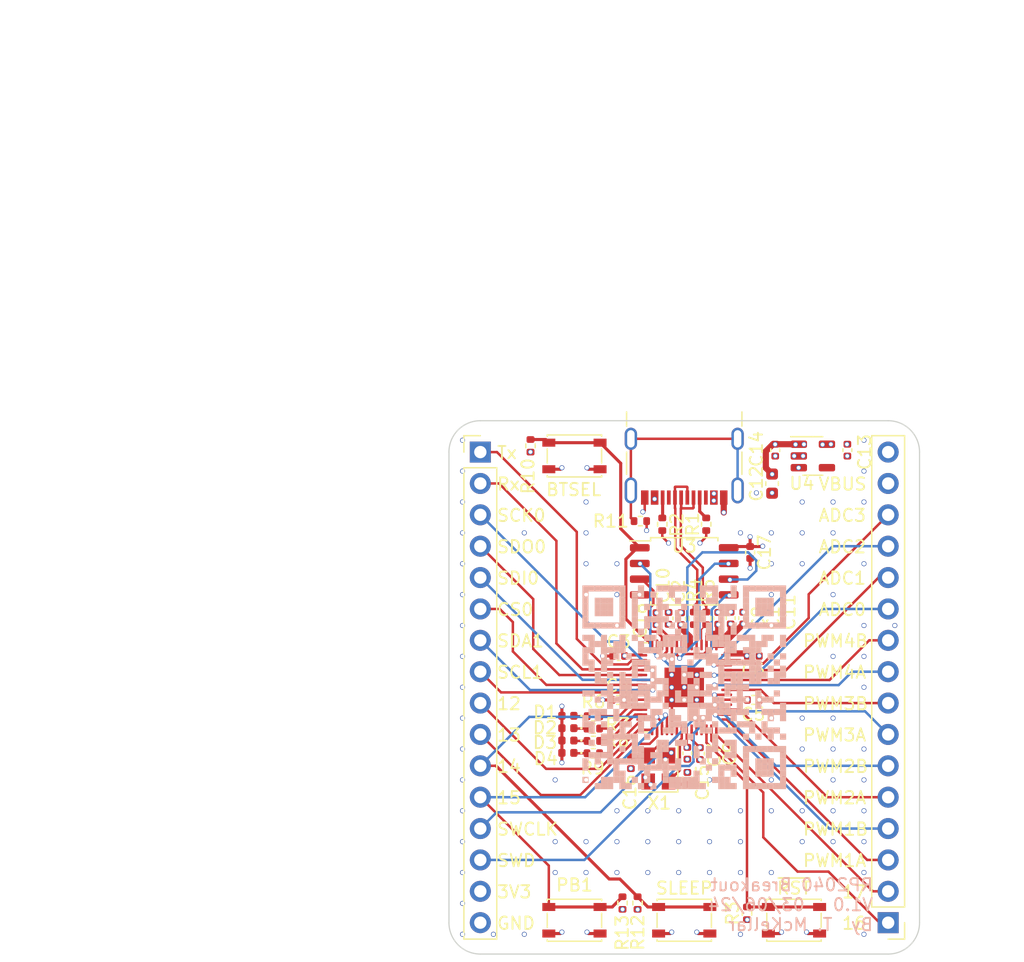
<source format=kicad_pcb>
(kicad_pcb (version 20221018) (generator pcbnew)
  (layers (0 "F.Cu" signal) (1 "In1.Cu" signal) (2 "In2.Cu" signal) (3 "In3.Cu" signal) (4 "In4.Cu" signal) (31 "B.Cu" signal) (34 "B.Paste" user) (35 "F.Paste" user) (36 "B.SilkS" user "B.Silkscreen") (37 "F.SilkS" user "F.Silkscreen") (38 "B.Mask" user) (39 "F.Mask" user) (44 "Edge.Cuts" user))
  (net 0 "")
  (net 1 "+3V3")
  (net 2 "GND")
  (net 3 "+5V")
  (net 4 "/XOUT")
  (net 5 "/XIN")
  (net 6 "Net-(D1-K)")
  (net 7 "Net-(D2-K)")
  (net 8 "Net-(D3-K)")
  (net 9 "Net-(D4-K)")
  (net 10 "Net-(J1-CC1)")
  (net 11 "/D_P")
  (net 12 "/D_N")
  (net 14 "Net-(J1-CC2)")
  (net 16 "Net-(J1-SHIELD)")
  (net 17 "/SWCLK")
  (net 18 "/SWD")
  (net 19 "/GPIO0")
  (net 20 "/GPIO1")
  (net 21 "/GPIO2")
  (net 22 "/GPIO3")
  (net 23 "/GPIO4")
  (net 24 "/GPIO5")
  (net 25 "/GPIO6")
  (net 26 "/GPIO7")
  (net 27 "/GPIO12")
  (net 28 "/GPIO13")
  (net 29 "/GPIO14")
  (net 30 "/GPIO15")
  (net 31 "/GPIO16")
  (net 32 "/GPIO17")
  (net 33 "/GPIO18")
  (net 34 "/GPIO19")
  (net 35 "/GPIO20")
  (net 36 "/GPIO21")
  (net 37 "/GPIO22")
  (net 38 "/GPIO23")
  (net 39 "/GPIO24")
  (net 40 "/GPIO25")
  (net 41 "/GPIO26_ADC0")
  (net 42 "/GPIO27_ADC1")
  (net 43 "/GPIO28_ADC2")
  (net 44 "/GPIO29_ADC3")
  (net 45 "/~{RST}")
  (net 46 "Net-(U1-USB_DP)")
  (net 47 "Net-(U1-USB_DM)")
  (net 48 "/GPIO8")
  (net 49 "/GPIO9")
  (net 50 "/GPIO10")
  (net 51 "/GPIO11")
  (net 52 "/~{CS}")
  (net 53 "Net-(U1-QSPI_SD3)")
  (net 54 "/SCK")
  (net 55 "Net-(U1-QSPI_SD0)")
  (net 56 "Net-(U1-QSPI_SD2)")
  (net 57 "Net-(U1-QSPI_SD1)")
  (net 59 "/DVDD")
  (footprint "Resistor_SMD:R_0402_1005Metric" (layer "F.Cu") (at 100.583999 83.344)
    (fp_text reference "R7")
    (fp_text value "2k2")
  )
  (footprint "Capacitor_SMD:C_0402_1005Metric" (layer "F.Cu") (at 115.316 60.803 90)
    (fp_text reference "C14")
    (fp_text value "1u")
  )
  (footprint "Resistor_SMD:R_0402_1005Metric" (layer "F.Cu") (at 100.584 85.344)
    (fp_text reference "R9")
    (fp_text value "2k2")
  )
  (footprint "Capacitor_SMD:C_0603_1608Metric" (layer "F.Cu") (at 115.062 63.513 -90)
    (fp_text reference "C12")
    (fp_text value "10u")
  )
  (footprint "Package_TO_SOT_SMD:SOT-23-5" (layer "F.Cu") (at 118.364 61.273)
    (fp_text reference "U4")
    (fp_text value "LP2980IM5X-3.3")
  )
  (footprint "Resistor_SMD:R_0402_1005Metric" (layer "F.Cu") (at 113.03 98.3 90)
    (fp_text reference "R3")
    (fp_text value "10k")
  )
  (footprint "Capacitor_SMD:C_0402_1005Metric" (layer "F.Cu") (at 102.588 81.026)
    (fp_text reference "C4")
    (fp_text value "100n")
  )
  (footprint "Connector_USB:USB_C_Receptacle_GCT_USB4105-xx-A_16P_TopMnt_Horizontal" (layer "F.Cu") (at 107.95 60.96 180)
    (fp_text reference "J1" hide)
    (fp_text value "USB_C_Receptacle_USB2.0")
  )
  (footprint "Diode_SMD:D_0402_1005Metric" (layer "F.Cu") (at 98.529 84.312001 180)
    (fp_text reference "D3")
    (fp_text value "BLED")
  )
  (footprint "Resistor_SMD:R_0402_1005Metric" (layer "F.Cu") (at 106.172 66.804 -90)
    (fp_text reference "R2")
    (fp_text value "5k1")
  )
  (footprint "Capacitor_SMD:C_0402_1005Metric" (layer "F.Cu") (at 106.68 74.422 -90)
    (fp_text reference "C10")
    (fp_text value "100n")
  )
  (footprint "Button_Switch_SMD:SW_SPST_PTS810" (layer "F.Cu") (at 99.06 98.865 180)
    (fp_text reference "PB1")
    (fp_text value "SW_Push")
  )
  (footprint "Resistor_SMD:R_0402_1005Metric" (layer "F.Cu") (at 100.599 82.344)
    (fp_text reference "R6")
    (fp_text value "2k2")
  )
  (footprint "Capacitor_SMD:C_0402_1005Metric" (layer "F.Cu") (at 108.204 85.344 90)
    (fp_text reference "C7")
    (fp_text value "100n")
  )
  (footprint "Button_Switch_SMD:SW_SPST_PTS810" (layer "F.Cu") (at 99.06 61.273 180)
    (fp_text reference "SW2" hide)
    (fp_text value "BTSEL")
  )
  (footprint "Oscillator:Oscillator_SMD_Abracon_ASE-4Pin_3.2x2.5mm" (layer "F.Cu") (at 105.855 86.58 90)
    (fp_text reference "X1")
    (fp_text value "ABM8G-12.000MHZ-B4Y-T")
  )
  (footprint "Resistor_SMD:R_0402_1005Metric" (layer "F.Cu") (at 102.95 97.470001 90)
    (fp_text reference "R13")
    (fp_text value "10k")
  )
  (footprint "Capacitor_SMD:C_0402_1005Metric" (layer "F.Cu") (at 102.644 77.47)
    (fp_text reference "C3")
    (fp_text value "100n")
  )
  (footprint "Package_DFN_QFN:QFN-56-1EP_7x7mm_P0.4mm_EP3.2x3.2mm" (layer "F.Cu") (at 107.95 80.01)
    (fp_text reference "U1" hide)
    (fp_text value "RP2040")
  )
  (footprint "Diode_SMD:D_0402_1005Metric" (layer "F.Cu") (at 98.529 82.312 180)
    (fp_text reference "D1")
    (fp_text value "RLED")
  )
  (footprint "Resistor_SMD:R_0402_1005Metric" (layer "F.Cu") (at 108.728 74.422 -90)
    (fp_text reference "R4")
    (fp_text value "27")
  )
  (footprint "Button_Switch_SMD:SW_SPST_PTS810" (layer "F.Cu") (at 116.835 98.865 180)
    (fp_text reference "SW1" hide)
    (fp_text value "~{RST}")
  )
  (footprint "Capacitor_SMD:C_0402_1005Metric" (layer "F.Cu") (at 113.284 69.088 -90)
    (fp_text reference "C17")
    (fp_text value "100n")
  )
  (footprint "Package_SO:SOIC-8_5.23x5.23mm_P1.27mm" (layer "F.Cu") (at 107.95 70.612)
    (fp_text reference "U3")
    (fp_text value "W25Q128JVS")
  )
  (footprint "Connector_PinHeader_2.54mm:PinHeader_1x16_P2.54mm_Vertical" (layer "F.Cu") (at 124.46 99.06 180)
    (fp_text reference "J5" hide)
    (fp_text value "Conn_01x16_Pin")
  )
  (footprint "Capacitor_SMD:C_0402_1005Metric" (layer "F.Cu") (at 109.22 85.372 90)
    (fp_text reference "C9")
    (fp_text value "100n")
  )
  (footprint "Resistor_SMD:R_0402_1005Metric" (layer "F.Cu") (at 109.728 66.802 -90)
    (fp_text reference "R1")
    (fp_text value "5k1")
  )
  (footprint "Capacitor_SMD:C_0402_1005Metric" (layer "F.Cu") (at 112.725 74.4 -90)
    (fp_text reference "C11")
    (fp_text value "100n")
  )
  (footprint "Capacitor_SMD:C_0402_1005Metric" (layer "F.Cu") (at 113.538 77.47 180)
    (fp_text reference "C6")
    (fp_text value "100n")
  )
  (footprint "Resistor_SMD:R_0402_1005Metric" (layer "F.Cu") (at 104.396 66.548)
    (fp_text reference "R11")
    (fp_text value "0")
  )
  (footprint "Capacitor_SMD:C_0402_1005Metric" (layer "F.Cu") (at 121.158 60.803 90)
    (fp_text reference "C13")
    (fp_text value "1u")
  )
  (footprint "Button_Switch_SMD:SW_SPST_PTS810" (layer "F.Cu") (at 107.95 98.865 180)
    (fp_text reference "SW3" hide)
    (fp_text value "SLEEP")
  )
  (footprint "Capacitor_SMD:C_0402_1005Metric" (layer "F.Cu") (at 110.7 74.422 -90)
    (fp_text reference "C8")
    (fp_text value "100n")
  )
  (footprint "Resistor_SMD:R_0402_1005Metric" (layer "F.Cu") (at 95.504 60.452 90)
    (fp_text reference "R10")
    (fp_text value "10k")
  )
  (footprint "Capacitor_SMD:C_0402_1005Metric" (layer "F.Cu") (at 111.709 74.4 90)
    (fp_text reference "C1")
    (fp_text value "1u")
  )
  (footprint "Capacitor_SMD:C_0402_1005Metric" (layer "F.Cu") (at 105.7 74.445 -90)
    (fp_text reference "C18")
    (fp_text value "100n")
  )
  (footprint "Capacitor_SMD:C_0402_1005Metric" (layer "F.Cu") (at 103.632 86.106 90)
    (fp_text reference "C16")
    (fp_text value "15p")
  )
  (footprint "Resistor_SMD:R_0402_1005Metric" (layer "F.Cu") (at 104.17 97.47 90)
    (fp_text reference "R12")
    (fp_text value "10k")
  )
  (footprint "Diode_SMD:D_0402_1005Metric" (layer "F.Cu") (at 98.529 85.312 180)
    (fp_text reference "D4")
    (fp_text value "OLED")
  )
  (footprint "Diode_SMD:D_0402_1005Metric" (layer "F.Cu") (at 98.529 83.312 180)
    (fp_text reference "D2")
    (fp_text value "GLED")
  )
  (footprint "Capacitor_SMD:C_0402_1005Metric" (layer "F.Cu") (at 113.538 81.026 180)
    (fp_text reference "C5")
    (fp_text value "100n")
  )
  (footprint "Connector_PinHeader_2.54mm:PinHeader_1x16_P2.54mm_Vertical" (layer "F.Cu") (at 91.44 60.96)
    (fp_text reference "J3" hide)
    (fp_text value "Conn_01x16_Pin")
  )
  (footprint "Resistor_SMD:R_0402_1005Metric" (layer "F.Cu") (at 100.583999 84.344001)
    (fp_text reference "R8")
    (fp_text value "2k2")
  )
  (footprint "Capacitor_SMD:C_0402_1005Metric" (layer "F.Cu") (at 107.696 74.45 -90)
    (fp_text reference "C2")
    (fp_text value "100n")
  )
  (footprint "Capacitor_SMD:C_0402_1005Metric" (layer "F.Cu") (at 108.204 87.376 -90)
    (fp_text reference "C15")
    (fp_text value "15p")
  )
  (footprint "Resistor_SMD:R_0402_1005Metric" (layer "F.Cu") (at 109.728 74.422 -90)
    (fp_text reference "R5")
    (fp_text value "27")
  )
  (footprint "images:QRCODE_httpsgithub.comTobiMcKellarRP2040Breakout" (layer "B.Cu") (at 107.95 80 180)
    (fp_text reference "QR*****" hide)
    (fp_text value "QRCODE_httpsgithub.comTobiMcKellarRP2040Breakout" hide)
  )
  (gr_arc (start 127 99.06) (mid 126.256051 100.856051) (end 124.46 101.6) (stroke (width 0.1)) (layer "Edge.Cuts"))
  (gr_line (start 88.9 99.06) (end 88.9 60.96) (stroke (width 0.1)) (layer "Edge.Cuts"))
  (gr_arc (start 124.46 58.42) (mid 126.256051 59.163949) (end 127 60.96) (stroke (width 0.1)) (layer "Edge.Cuts"))
  (gr_line (start 91.44 58.42) (end 124.46 58.42) (stroke (width 0.1)) (layer "Edge.Cuts"))
  (gr_line (start 124.46 101.6) (end 91.44 101.6) (stroke (width 0.1)) (layer "Edge.Cuts"))
  (gr_arc (start 91.44 101.6) (mid 89.643949 100.856051) (end 88.9 99.06) (stroke (width 0.1)) (layer "Edge.Cuts"))
  (gr_line (start 127 60.96) (end 127 99.06) (stroke (width 0.1)) (layer "Edge.Cuts"))
  (gr_arc (start 88.9 60.96) (mid 89.643949 59.163949) (end 91.44 58.42) (stroke (width 0.1)) (layer "Edge.Cuts"))
  (gr_text "RP2040 Breakout\nV1.0   03/06/24\nBy  T. McKellar" (at 123.32 99.8) (layer "B.SilkS") (effects (font (size 1 1)) (justify left bottom mirror)))
  (gr_text "15" (at 92.71 89.535) (layer "F.SilkS") (effects (font (size 1 1)) (justify left bottom)))
  (gr_text "SWCLK" (at 92.71 92.075) (layer "F.SilkS") (effects (font (size 1 1)) (justify left bottom)))
  (gr_text "PWM2A" (at 117.475 89.535) (layer "F.SilkS") (effects (font (size 1 1)) (justify left bottom)))
  (gr_text "PWM3A" (at 117.475 84.455) (layer "F.SilkS") (effects (font (size 1 1)) (justify left bottom)))
  (gr_text "16" (at 120.65 99.695) (layer "F.SilkS") (effects (font (size 1 1)) (justify left bottom)))
  (gr_text "PWM4A" (at 117.475 79.375) (layer "F.SilkS") (effects (font (size 1 1)) (justify left bottom)))
  (gr_text "SDO0" (at 92.71 69.215) (layer "F.SilkS") (effects (font (size 1 1)) (justify left bottom)))
  (gr_text "ADC2" (at 118.745 69.215) (layer "F.SilkS") (effects (font (size 1 1)) (justify left bottom)))
  (gr_text "SCK0" (at 92.71 66.675) (layer "F.SilkS") (effects (font (size 1 1)) (justify left bottom)))
  (gr_text "ADC3" (at 118.745 66.675) (layer "F.SilkS") (effects (font (size 1 1)) (justify left bottom)))
  (gr_text "SDI0" (at 92.71 71.755) (layer "F.SilkS") (effects (font (size 1 1)) (justify left bottom)))
  (gr_text "GND" (at 92.71 99.695) (layer "F.SilkS") (effects (font (size 1 1)) (justify left bottom)))
  (gr_text "3V3" (at 92.71 97.155) (layer "F.SilkS") (effects (font (size 1 1)) (justify left bottom)))
  (gr_text "14" (at 92.71 86.995) (layer "F.SilkS") (effects (font (size 1 1)) (justify left bottom)))
  (gr_text "PWM4B" (at 117.475 76.835) (layer "F.SilkS") (effects (font (size 1 1)) (justify left bottom)))
  (gr_text "PWM3B" (at 117.475 81.915) (layer "F.SilkS") (effects (font (size 1 1)) (justify left bottom)))
  (gr_text "ADC1" (at 118.745 71.755) (layer "F.SilkS") (effects (font (size 1 1)) (justify left bottom)))
  (gr_text "VBUS" (at 118.745 64.135) (layer "F.SilkS") (effects (font (size 1 1)) (justify left bottom)))
  (gr_text "SDA1" (at 92.71 76.835) (layer "F.SilkS") (effects (font (size 1 1)) (justify left bottom)))
  (gr_text "17" (at 120.65 97.155) (layer "F.SilkS") (effects (font (size 1 1)) (justify left bottom)))
  (gr_text "PWM1B" (at 117.475 92.075) (layer "F.SilkS") (effects (font (size 1 1)) (justify left bottom)))
  (gr_text "SWD" (at 92.71 94.615) (layer "F.SilkS") (effects (font (size 1 1)) (justify left bottom)))
  (gr_text "13" (at 92.71 84.455) (layer "F.SilkS") (effects (font (size 1 1)) (justify left bottom)))
  (gr_text "Tx" (at 92.71 61.595) (layer "F.SilkS") (effects (font (size 1 1)) (justify left bottom)))
  (gr_text "SCL1" (at 92.71 79.375) (layer "F.SilkS") (effects (font (size 1 1)) (justify left bottom)))
  (gr_text "CS0" (at 92.71 74.295) (layer "F.SilkS") (effects (font (size 1 1)) (justify left bottom)))
  (gr_text "12" (at 92.71 81.915) (layer "F.SilkS") (effects (font (size 1 1)) (justify left bottom)))
  (gr_text "PWM1A" (at 117.475 94.615) (layer "F.SilkS") (effects (font (size 1 1)) (justify left bottom)))
  (gr_text "ADC0" (at 118.745 74.295) (layer "F.SilkS") (effects (font (size 1 1)) (justify left bottom)))
  (gr_text "Rx" (at 92.71 64.135) (layer "F.SilkS") (effects (font (size 1 1)) (justify left bottom)))
  (gr_text "PWM2B" (at 117.475 86.995) (layer "F.SilkS") (effects (font (size 1 1)) (justify left bottom)))
  (segment (start 114.272 68.608) (end 114.3 68.58) (width 0.25) (layer "F.Cu") (net 1))
  (segment (start 103.125 77.45) (end 103.144 77.45) (width 0.25) (layer "F.Cu") (net 1))
  (segment (start 113.284 68.608) (end 114.272 68.608) (width 0.25) (layer "F.Cu") (net 1))
  (segment (start 112.725 74.88) (end 111.0325 76.5725) (width 0.5) (layer "F.Cu") (net 1))
  (segment (start 113.065 81.01) (end 113.075 81) (width 0.2) (layer "F.Cu") (net 1))
  (segment (start 112.835 77.26) (end 111.3875 77.26) (width 0.5) (layer "F.Cu") (net 1))
  (segment (start 103.125 77.469) (end 103.125 77.45) (width 0.25) (layer "F.Cu") (net 1))
  (segment (start 113.025 77.45) (end 112.835 77.26) (width 0.5) (layer "F.Cu") (net 1))
  (segment (start 103.084 81.01) (end 103.075 81.019) (width 0.2) (layer "F.Cu") (net 1))
  (segment (start 103.209 77.385) (end 104.5125 77.385) (width 0.25) (layer "F.Cu") (net 1))
  (segment (start 104.5125 81.01) (end 103.084 81.01) (width 0.2) (layer "F.Cu") (net 1))
  (segment (start 111.649 68.608) (end 111.55 68.707) (width 0.25) (layer "F.Cu") (net 1))
  (segment (start 113.284 68.608) (end 111.649 68.608) (width 0.25) (layer "F.Cu") (net 1))
  (segment (start 111.0325 76.5725) (end 110.55 76.5725) (width 0.5) (layer "F.Cu") (net 1))
  (segment (start 110.55 76.5725) (end 110.3 76.5725) (width 0.5) (layer "F.Cu") (net 1))
  (segment (start 103.144 77.45) (end 103.209 77.385) (width 0.25) (layer "F.Cu") (net 1))
  (segment (start 111.709 75.48095) (end 110.61745 76.5725) (width 0.5) (layer "F.Cu") (net 1))
  (segment (start 108.4 76.5725) (end 108.3 76.5725) (width 0.5) (layer "F.Cu") (net 1))
  (segment (start 107.696 75.208207) (end 108.4 75.912207) (width 0.5) (layer "F.Cu") (net 1))
  (segment (start 98.044 81.534) (end 98.044 86.106) (width 0.25) (layer "F.Cu") (net 1))
  (segment (start 111.3875 81.01) (end 113.065 81.01) (width 0.2) (layer "F.Cu") (net 1))
  (segment (start 103.069 81.025) (end 103.068 81.026) (width 0.2) (layer "F.Cu") (net 1))
  (segment (start 103.075 81.025) (end 103.069 81.025) (width 0.2) (layer "F.Cu") (net 1))
  (segment (start 111.709 74.88) (end 111.709 75.48095) (width 0.5) (layer "F.Cu") (net 1))
  (segment (start 110.61745 76.5725) (end 110.55 76.5725) (width 0.5) (layer "F.Cu") (net 1))
  (segment (start 113.284 68.608) (end 113.284 67.818) (width 0.25) (layer "F.Cu") (net 1))
  (segment (start 103.075 81.019) (end 103.075 81.025) (width 0.2) (layer "F.Cu") (net 1))
  (segment (start 107.696 74.93) (end 107.696 75.208207) (width 0.5) (layer "F.Cu") (net 1))
  (segment (start 103.124 77.47) (end 103.125 77.469) (width 0.25) (layer "F.Cu") (net 1))
  (segment (start 108.15 83.4475) (end 108.15 84.81) (width 0.2) (layer "F.Cu") (net 1))
  (segment (start 108.4 75.912207) (end 108.4 76.5725) (width 0.5) (layer "F.Cu") (net 1))
  (via (at 119.825 60.325) (size 0.4) (drill 0.3) (layers "F.Cu" "B.Cu") (net 1))
  (via (at 106.7 74.9) (size 0.4) (drill 0.3) (layers "F.Cu" "B.Cu") (net 1))
  (via (at 98.044 86.106) (size 0.4) (drill 0.3) (layers "F.Cu" "B.Cu") (net 1))
  (via (at 95.5 60.95) (size 0.4) (drill 0.3) (layers "F.Cu" "B.Cu") (net 1))
  (via (at 114.3 68.58) (size 0.4) (drill 0.3) (layers "F.Cu" "B.Cu") (net 1))
  (via (at 112.725 74.875) (size 0.4) (drill 0.3) (layers "F.Cu" "B.Cu") (net 1))
  (via (at 104.18 97.995001) (size 0.4) (drill 0.3) (layers "F.Cu" "B.Cu") (net 1))
  (via (at 108.15 84.875) (size 0.4) (drill 0.3) (layers "F.Cu" "B.Cu") (net 1))
  (via (at 121.125 60.325) (size 0.4) (drill 0.3) (layers "F.Cu" "B.Cu") (net 1))
  (via (at 113.025 77.45) (size 0.4) (drill 0.3) (layers "F.Cu" "B.Cu") (net 1))
  (via (at 107.675 74.925) (size 0.4) (drill 0.3) (layers "F.Cu" "B.Cu") (net 1))
  (via (at 103.125 77.45) (size 0.4) (drill 0.3) (layers "F.Cu" "B.Cu") (net 1))
  (via (at 113.284 67.818) (size 0.4) (drill 0.3) (layers "F.Cu" "B.Cu") (net 1))
  (via (at 102.96 97.98) (size 0.4) (drill 0.3) (layers "F.Cu" "B.Cu") (net 1))
  (via (at 98.044 81.534) (size 0.4) (drill 0.3) (layers "F.Cu" "B.Cu") (net 1))
  (via (at 113.05 98.825) (size 0.4) (drill 0.3) (layers "F.Cu" "B.Cu") (net 1))
  (via (at 111.7 74.875) (size 0.4) (drill 0.3) (layers "F.Cu" "B.Cu") (net 1))
  (via (at 113.075 81) (size 0.4) (drill 0.3) (layers "F.Cu" "B.Cu") (net 1))
  (via (at 119.15 60.35) (size 0.4) (drill 0.3) (layers "F.Cu" "B.Cu") (net 1))
  (via (at 103.075 81.025) (size 0.4) (drill 0.3) (layers "F.Cu" "B.Cu") (net 1))
  (segment (start 106.95 81.042) (end 106.934 81.026) (width 0.2) (layer "F.Cu") (net 2))
  (segment (start 115.706 99.94) (end 115.824 99.822) (width 0.25) (layer "F.Cu") (net 2))
  (segment (start 105.875 99.94) (end 106.816 99.94) (width 0.25) (layer "F.Cu") (net 2))
  (segment (start 109.084 99.94) (end 108.966 99.822) (width 0.25) (layer "F.Cu") (net 2))
  (segment (start 117.974 99.94) (end 117.856 99.822) (width 0.25) (layer "F.Cu") (net 2))
  (segment (start 104.906 66.548) (end 104.906 67.306) (width 0.2) (layer "F.Cu") (net 2))
  (segment (start 106.816 99.94) (end 106.934 99.822) (width 0.25) (layer "F.Cu") (net 2))
  (segment (start 104.75 64.64) (end 104.75 65.684) (width 0.2) (layer "F.Cu") (net 2))
  (segment (start 102.108 81.026) (end 101.346 81.026) (width 0.25) (layer "F.Cu") (net 2))
  (segment (start 110.025 99.94) (end 109.084 99.94) (width 0.25) (layer "F.Cu") (net 2))
  (segment (start 100.194 99.94) (end 100.076 99.822) (width 0.25) (layer "F.Cu") (net 2))
  (segment (start 101.135 62.348) (end 100.194 62.348) (width 0.25) (layer "F.Cu") (net 2))
  (segment (start 97.926 99.94) (end 98.044 99.822) (width 0.25) (layer "F.Cu") (net 2))
  (segment (start 109.728 67.818) (end 109.22 68.326) (width 0.2) (layer "F.Cu") (net 2))
  (segment (start 118.91 99.94) (end 117.974 99.94) (width 0.25) (layer "F.Cu") (net 2))
  (segment (start 102.164 77.47) (end 101.346 77.47) (width 0.25) (layer "F.Cu") (net 2))
  (segment (start 104.75 65.684) (end 104.634 65.8) (width 0.2) (layer "F.Cu") (net 2))
  (segment (start 106.172 67.818) (end 106.68 68.326) (width 0.2) (layer "F.Cu") (net 2))
  (segment (start 109.728 67.312) (end 109.728 67.818) (width 0.2) (layer "F.Cu") (net 2))
  (segment (start 111.15 64.64) (end 111.15 65.85) (width 0.5) (layer "F.Cu") (net 2))
  (segment (start 106.95 83.4475) (end 106.95 81.042) (width 0.2) (layer "F.Cu") (net 2))
  (segment (start 104.634 65.8) (end 104.6 65.8) (width 0.2) (layer "F.Cu") (net 2))
  (segment (start 96.985 62.348) (end 97.926 62.348) (width 0.25) (layer "F.Cu") (net 2))
  (segment (start 100.194 62.348) (end 100.076 62.23) (width 0.25) (layer "F.Cu") (net 2))
  (segment (start 106.172 67.314) (end 106.172 67.818) (width 0.2) (layer "F.Cu") (net 2))
  (segment (start 101.135 99.94) (end 100.194 99.94) (width 0.25) (layer "F.Cu") (net 2))
  (segment (start 104.906 67.306) (end 104.902 67.31) (width 0.2) (layer "F.Cu") (net 2))
  (segment (start 113.284 69.568) (end 113.284 70.358) (width 0.25) (layer "F.Cu") (net 2))
  (segment (start 104.6 65.8) (end 104.6 65.834) (width 0.2) (layer "F.Cu") (net 2))
  (segment (start 97.926 62.348) (end 98.044 62.23) (width 0.25) (layer "F.Cu") (net 2))
  (segment (start 114.76 99.94) (end 115.706 99.94) (width 0.25) (layer "F.Cu") (net 2))
  (segment (start 104.6 65.834) (end 104.648 65.786) (width 0.2) (layer "F.Cu") (net 2))
  (segment (start 96.985 99.94) (end 97.926 99.94) (width 0.25) (layer "F.Cu") (net 2))
  (via (at 90 75) (size 0.4) (drill 0.3) (layers "F.Cu" "B.Cu") (net 2))
  (via (at 114.025 81.006) (size 0.4) (drill 0.3) (layers "F.Cu" "B.Cu") (net 2))
  (via (at 117.5 85) (size 0.4) (drill 0.3) (layers "F.Cu" "B.Cu") (net 2))
  (via (at 112.5 92.5) (size 0.4) (drill 0.3) (layers "F.Cu" "B.Cu") (net 2))
  (via (at 122.5 77.5) (size 0.4) (drill 0.3) (layers "F.Cu" "B.Cu") (net 2))
  (via (at 111.725 73.9) (size 0.4) (drill 0.3) (layers "F.Cu" "B.Cu") (net 2))
  (via (at 122.5 92.5) (size 0.4) (drill 0.3) (layers "F.Cu" "B.Cu") (net 2))
  (via (at 106.425 85.85) (size 0.4) (drill 0.3) (layers "F.Cu" "B.Cu") (net 2))
  (via (at 105.7 73.975) (size 0.4) (drill 0.3) (layers "F.Cu" "B.Cu") (net 2))
  (via (at 122.5 62.5) (size 0.4) (drill 0.3) (layers "F.Cu" "B.Cu") (net 2))
  (via (at 105 95) (size 0.4) (drill 0.3) (layers "F.Cu" "B.Cu") (net 2))
  (via (at 115.062 64.262) (size 0.4) (drill 0.3) (layers "F.Cu" "B.Cu") (net 2))
  (via (at 122.5 95) (size 0.4) (drill 0.3) (layers "F.Cu" "B.Cu") (net 2))
  (via (at 122.5 65) (size 0.4) (drill 0.3) (layers "F.Cu" "B.Cu") (net 2))
  (via (at 108.2 86.875) (size 0.4) (drill 0.3) (layers "F.Cu" "B.Cu") (net 2))
  (via (at 110.675 73.925) (size 0.4) (drill 0.3) (layers "F.Cu" "B.Cu") (net 2))
  (via (at 110 87.5) (size 0.4) (drill 0.3) (layers "F.Cu" "B.Cu") (net 2))
  (via (at 90 77.5) (size 0.4) (drill 0.3) (layers "F.Cu" "B.Cu") (net 2))
  (via (at 101.346 81.026) (size 0.4) (drill 0.3) (layers "F.Cu" "B.Cu") (net 2))
  (via (at 108.966 80.01) (size 0.4) (drill 0.3) (layers "F.Cu" "B.Cu") (net 2))
  (via (at 97.5 87.5) (size 0.4) (drill 0.3) (layers "F.Cu" "B.Cu") (net 2))
  (via (at 112.5 95) (size 0.4) (drill 0.3) (layers "F.Cu" "B.Cu") (net 2))
  (via (at 100 95) (size 0.4) (drill 0.3) (layers "F.Cu" "B.Cu") (net 2))
  (via (at 120 90) (size 0.4) (drill 0.3) (layers "F.Cu" "B.Cu") (net 2))
  (via (at 117.5 70) (size 0.4) (drill 0.3) (layers "F.Cu" "B.Cu") (net 2))
  (via (at 120 77.5) (size 0.4) (drill 0.3) (layers "F.Cu" "B.Cu") (net 2))
  (via (at 107.95 81.026) (size 0.4) (drill 0.3) (layers "F.Cu" "B.Cu") (net 2))
  (via (at 114.025 77.45) (size 0.4) (drill 0.3) (layers "F.Cu" "B.Cu") (net 2))
  (via (at 109.22 68.326) (size 0.4) (drill 0.3) (layers "F.Cu" "B.Cu") (net 2))
  (via (at 90 62.5) (size 0.4) (drill 0.3) (layers "F.Cu" "B.Cu") (net 2))
  (via (at 100 65) (size 0.4) (drill 0.3) (layers "F.Cu" "B.Cu") (net 2))
  (via (at 107.5 90) (size 0.4) (drill 0.3) (layers "F.Cu" "B.Cu") (net 2))
  (via (at 106.68 68.326) (size 0.4) (drill 0.3) (layers "F.Cu" "B.Cu") (net 2))
  (via (at 107.5 95) (size 0.4) (drill 0.3) (layers "F.Cu" "B.Cu") (net 2))
  (via (at 108.966 78.994) (size 0.4) (drill 0.3) (layers "F.Cu" "B.Cu") (net 2))
  (via (at 120 67.5) (size 0.4) (drill 0.3) (layers "F.Cu" "B.Cu") (net 2))
  (via (at 115 67.5) (size 0.4) (drill 0.3) (layers "F.Cu" "B.Cu") (net 2))
  (via (at 100 70) (size 0.4) (drill 0.3) (layers "F.Cu" "B.Cu") (net 2))
  (via (at 90 97.5) (size 0.4) (drill 0.3) (layers "F.Cu" "B.Cu") (net 2))
  (via (at 90 92.5) (size 0.4) (drill 0.3) (layers "F.Cu" "B.Cu") (net 2))
  (via (at 90 70) (size 0.4) (drill 0.3) (layers "F.Cu" "B.Cu") (net 2))
  (via (at 122.5 60) (size 0.4) (drill 0.3) (layers "F.Cu" "B.Cu") (net 2))
  (via (at 104.6 65.8) (size 0.4) (drill 0.3) (layers "F.Cu" "B.Cu") (net 2))
  (via (at 115 72.5) (size 0.4) (drill 0.3) (layers "F.Cu" "B.Cu") (net 2))
  (via (at 117.575 61.275) (size 0.4) (drill 0.3) (layers "F.Cu" "B.Cu") (net 2))
  (via (at 100.076 99.822) (size 0.4) (drill 0.3) (layers "F.Cu" "B.Cu") (net 2))
  (via (at 115 95) (size 0.4) (drill 0.3) (layers "F.Cu" "B.Cu") (net 2))
  (via (at 104.8 87.3) (size 0.4) (drill 0.3) (layers "F.Cu" "B.Cu") (net 2))
  (via (at 117.5 67.5) (size 0.4) (drill 0.3) (layers "F.Cu" "B.Cu") (net 2))
  (via (at 105 92.5) (size 0.4) (drill 0.3) (layers "F.Cu" "B.Cu") (net 2))
  (via (at 115 75) (size 0.4) (drill 0.3) (layers "F.Cu" "B.Cu") (net 2))
  (via (at 122.5 80) (size 0.4) (drill 0.3) (layers "F.Cu" "B.Cu") (net 2))
  (via (at 117.856 99.822) (size 0.4) (drill 0.3) (layers "F.Cu" "B.Cu") (net 2))
  (via (at 116.85 61.275) (size 0.4) (drill 0.3) (layers "F.Cu" "B.Cu") (net 2))
  (via (at 90 60) (size 0.4) (drill 0.3) (layers "F.Cu" "B.Cu") (net 2))
  (via (at 102.5 92.5) (size 0.4) (drill 0.3) (layers "F.Cu" "B.Cu") (net 2))
  (via (at 107.7 73.95) (size 0.4) (drill 0.3) (layers "F.Cu" "B.Cu") (net 2))
  (via (at 110 92.5) (size 0.4) (drill 0.3) (layers "F.Cu" "B.Cu") (net 2))
  (via (at 100 87.5) (size 0.4) (drill 0.3) (layers "F.Cu" "B.Cu") (net 2))
  (via (at 106.9 85.3) (size 0.4) (drill 0.3) (layers "F.Cu" "B.Cu") (net 2))
  (via (at 120 87.5) (size 0.4) (drill 0.3) (layers "F.Cu" "B.Cu") (net 2))
  (via (at 110 90) (size 0.4) (drill 0.3) (layers "F.Cu" "B.Cu") (net 2))
  (via (at 102.5 90) (size 0.4) (drill 0.3) (layers "F.Cu" "B.Cu") (net 2))
  (via (at 112.725 73.925) (size 0.4) (drill 0.3) (layers "F.Cu" "B.Cu") (net 2))
  (via (at 120 92.5) (size 0.4) (drill 0.3) (layers "F.Cu" "B.Cu") (net 2))
  (via (at 103.625 86.575) (size 0.4) (drill 0.3) (layers "F.Cu" "B.Cu") (net 2))
  (via (at 90 82.5) (size 0.4) (drill 0.3) (layers "F.Cu" "B.Cu") (net 2))
  (via (at 106.675 73.925) (size 0.4) (drill 0.3) (layers "F.Cu" "B.Cu") (net 2))
  (via (at 102.5 72.5) (size 0.4) (drill 0.3) (layers "F.Cu" "B.Cu") (net 2))
  (via (at 90 100) (size 0.4) (drill 0.3) (layers "F.Cu" "B.Cu") (net 2))
  (via (at 112.5 67.5) (size 0.4) (drill 0.3) (layers "F.Cu" "B.Cu") (net 2))
  (via (at 112.5 100) (size 0.4) (drill 0.3) (layers "F.Cu" "B.Cu") (net 2))
  (via (at 122.5 75) (size 0.4) (drill 0.3) (layers "F.Cu" "B.Cu") (net 2))
  (via (at 122.5 87.5) (size 0.4) (drill 0.3) (layers "F.Cu" "B.Cu") (net 2))
  (via (at 115.325 61.275) (size 0.4) (drill 0.3) (layers "F.Cu" "B.Cu") (net 2))
  (via (at 107.95 80) (size 0.4) (drill 0.3) (layers "F.Cu" "B.Cu") (net 2))
  (via (at 112.5 90) (size 0.4) (drill 0.3) (layers "F.Cu" "B.Cu") (net 2))
  (via (at 90 67.5) (size 0.4) (drill 0.3) (layers "F.Cu" "B.Cu") (net 2))
  (via (at 90 65) (size 0.4) (drill 0.3) (layers "F.Cu" "B.Cu") (net 2))
  (via (at 105.225 87.875) (size 0.4) (drill 0.3) (layers "F.Cu" "B.Cu") (net 2))
  (via (at 100 92.5) (size 0.4) (drill 0.3) (layers "F.Cu" "B.Cu") (net 2))
  (via (at 122.5 70) (size 0.4) (drill 0.3) (layers "F.Cu" "B.Cu") (net 2))
  (via (at 102.5 70) (size 0.4) (drill 0.3) (layers "F.Cu" "B.Cu") (net 2))
  (via (at 115 87.5) (size 0.4) (drill 0.3) (layers "F.Cu" "B.Cu") (net 2))
  (via (at 97.5 92.5) (size 0.4) (drill 0.3) (layers "F.Cu" "B.Cu") (net 2))
  (via (at 115 82.5) (size 0.4) (drill 0.3) (layers "F.Cu" "B.Cu") (net 2))
  (via (at 113.792 64.262) (size 0.4) (drill 0.3) (layers "F.Cu" "B.Cu") (net 2))
  (via (at 100 67.5) (size 0.4) (drill 0.3) (layers "F.Cu" "B.Cu") (net 2))
  (via (at 108.2 85.825) (size 0.4) (drill 0.3) (layers "F.Cu" "B.Cu") (net 2))
  (via (at 106.934 99.822) (size 0.4) (drill 0.3) (layers "F.Cu" "B.Cu") (net 2))
  (via (at 98.044 62.23) (size 0.4) (drill 0.3) (layers "F.Cu" "B.Cu") (net 2))
  (via (at 90 72.5) (size 0.4) (drill 0.3) (layers "F.Cu" "B.Cu") (net 2))
  (via (at 117.5 90) (size 0.4) (drill 0.3) (layers "F.Cu" "B.Cu") (net 2))
  (via (at 111.15 65.85) (size 0.4) (drill 0.3) (layers "F.Cu" "B.Cu") (net 2))
  (via (at 107.95 78.994) (size 0.4) (drill 0.3) (layers "F.Cu" "B.Cu") (net 2))
  (via (at 104.325 72.5) (size 0.4) (drill 0.3) (layers "F.Cu" "B.Cu") (net 2))
  (via (at 90 90) (size 0.4) (drill 0.3) (layers "F.Cu" "B.Cu") (net 2))
  (via (at 106.934 81.026) (size 0.4) (drill 0.3) (layers "F.Cu" "B.Cu") (net 2))
  (via (at 120 85) (size 0.4) (drill 0.3) (layers "F.Cu" "B.Cu") (net 2))
  (via (at 125 75) (size 0.4) (drill 0.3) (layers "F.Cu" "B.Cu") (net 2))
  (via (at 90 95) (size 0.4) (drill 0.3) (layers "F.Cu" "B.Cu") (net 2))
  (via (at 105 90) (size 0.4) (drill 0.3) (layers "F.Cu" "B.Cu") (net 2))
  (via (at 109.225 85.85) (size 0.4) (drill 0.3) (layers "F.Cu" "B.Cu") (net 2))
  (via (at 122.5 90) (size 0.4) (drill 0.3) (layers "F.Cu" "B.Cu") (net 2))
  (via (at 117.5 82.5) (size 0.4) (drill 0.3) (layers "F.Cu" "B.Cu") (net 2))
  (via (at 107.5 92.5) (size 0.4) (drill 0.3) (layers "F.Cu" "B.Cu") (net 2))
  (via (at 100.076 62.23) (size 0.4) (drill 0.3) (layers "F.Cu" "B.Cu") (net 2))
  (via (at 98.044 99.822) (size 0.4) (drill 0.3) (layers "F.Cu" "B.Cu") (net 2))
  (via (at 106.934 80.01) (size 0.4) (drill 0.3) (layers "F.Cu" "B.Cu") (net 2))
  (via (at 104.902 67.31) (size 0.4) (drill 0.3) (layers "F.Cu" "B.Cu") (net 2))
  (via (at 120 82.5) (size 0.4) (drill 0.3) (layers "F.Cu" "B.Cu") (net 2))
  (via (at 92.5 100) (size 0.4) (drill 0.3) (layers "F.Cu" "B.Cu") (net 2))
  (via (at 90 80) (size 0.4) (drill 0.3) (layers "F.Cu" "B.Cu") (net 2))
  (via (at 115.824 99.822) (size 0.4) (drill 0.3) (layers "F.Cu" "B.Cu") (net 2))
  (via (at 90 87.5) (size 0.4) (drill 0.3) (layers "F.Cu" "B.Cu") (net 2))
  (via (at 101.346 77.47) (size 0.4) (drill 0.3) (layers "F.Cu" "B.Cu") (net 2))
  (via (at 97.5 95) (size 0.4) (drill 0.3) (layers "F.Cu" "B.Cu") (net 2))
  (via (at 100 72.5) (size 0.4) (drill 0.3) (layers "F.Cu" "B.Cu") (net 2))
  (via (at 120 65) (size 0.4) (drill 0.3) (layers "F.Cu" "B.Cu") (net 2))
  (via (at 117.5 65) (size 0.4) (drill 0.3) (layers "F.Cu" "B.Cu") (net 2))
  (via (at 115 70) (size 0.4) (drill 0.3) (layers "F.Cu" "B.Cu") (net 2))
  (via (at 95 100) (size 0.4) (drill 0.3) (layers "F.Cu" "B.Cu") (net 2))
  (via (at 102.5 75) (size 0.4) (drill 0.3) (layers "F.Cu" "B.Cu") (net 2))
  (via (at 117.5 92.5) (size 0.4) (drill 0.3) (layers "F.Cu" "B.Cu") (net 2))
  (via (at 122.5 85) (size 0.4) (drill 0.3) (layers "F.Cu" "B.Cu") (net 2))
  (via (at 90 85) (size 0.4) (drill 0.3) (layers "F.Cu" "B.Cu") (net 2))
  (via (at 115 90) (size 0.4) (drill 0.3) (layers "F.Cu" "B.Cu") (net 2))
  (via (at 121.15 61.275) (size 0.4) (drill 0.3) (layers "F.Cu" "B.Cu") (net 2))
  (via (at 122.5 100) (size 0.4) (drill 0.3) (layers "F.Cu" "B.Cu") (net 2))
  (via (at 113.284 70.358) (size 0.4) (drill 0.3) (layers "F.Cu" "B.Cu") (net 2))
  (via (at 108.966 81.026) (size 0.4) (drill 0.3) (layers "F.Cu" "B.Cu") (net 2))
  (via (at 120 72.5) (size 0.4) (drill 0.3) (layers "F.Cu" "B.Cu") (net 2))
  (via (at 106.934 78.994) (size 0.4) (drill 0.3) (layers "F.Cu" "B.Cu") (net 2))
  (via (at 102.5 95) (size 0.4) (drill 0.3) (layers "F.Cu" "B.Cu") (net 2))
  (via (at 110 95) (size 0.4) (drill 0.3) (layers "F.Cu" "B.Cu") (net 2))
  (via (at 108.966 99.822) (size 0.4) (drill 0.3) (layers "F.Cu" "B.Cu") (net 2))
  (via (at 95 67.5) (size 0.4) (drill 0.3) (layers "F.Cu" "B.Cu") (net 2))
  (segment (start 117.633 60.323) (end 117.64 60.33) (width 0.5) (layer "F.Cu") (net 3))
  (segment (start 114.556 60.898614) (end 115.131614 60.323) (width 0.5) (layer "F.Cu") (net 3))
  (segment (start 114.556 62.236) (end 114.556 60.898614) (width 0.5) (layer "F.Cu") (net 3))
  (segment (start 115.07 62.75) (end 114.556 62.236) (width 0.5) (layer "F.Cu") (net 3))
  (segment (start 115.131614 60.323) (end 115.316 60.323) (width 0.5) (layer "F.Cu") (net 3))
  (segment (start 115.316 60.323) (end 117.633 60.323) (width 0.5) (layer "F.Cu") (net 3))
  (via (at 115.31 60.33) (size 0.4) (drill 0.3) (layers "F.Cu" "B.Cu") (net 3))
  (via (at 105.55 64.76) (size 0.4) (drill 0.3) (layers "F.Cu" "B.Cu") (net 3))
  (via (at 117.21 62.23) (size 0.4) (drill 0.3) (layers "F.Cu" "B.Cu") (net 3))
  (via (at 110.35 64.32) (size 0.4) (drill 0.3) (layers "F.Cu" "B.Cu") (net 3))
  (via (at 115.07 62.75) (size 0.4) (drill 0.3) (layers "F.Cu" "B.Cu") (net 3))
  (via (at 116.96 60.34) (size 0.4) (drill 0.3) (layers "F.Cu" "B.Cu") (net 3))
  (via (at 117.64 60.33) (size 0.4) (drill 0.3) (layers "F.Cu" "B.Cu") (net 3))
  (via (at 110.34 64.89) (size 0.4) (drill 0.3) (layers "F.Cu" "B.Cu") (net 3))
  (segment (start 107.75 84.145661) (end 107.594 84.301661) (width 0.2) (layer "F.Cu") (net 4))
  (segment (start 106.906 87.856) (end 106.68 87.63) (width 0.25) (layer "F.Cu") (net 4))
  (segment (start 107.75 83.4475) (end 107.75 84.145661) (width 0.2) (layer "F.Cu") (net 4))
  (segment (start 107.594 84.301661) (end 107.594 86.716) (width 0.2) (layer "F.Cu") (net 4))
  (segment (start 107.594 86.716) (end 106.68 87.63) (width 0.2) (layer "F.Cu") (net 4))
  (segment (start 108.204 87.856) (end 106.906 87.856) (width 0.25) (layer "F.Cu") (net 4))
  (segment (start 106.749975 84.58) (end 105.98 84.58) (width 0.2) (layer "F.Cu") (net 5))
  (segment (start 104.934 85.626) (end 105.03 85.53) (width 0.25) (layer "F.Cu") (net 5))
  (segment (start 103.632 85.626) (end 104.934 85.626) (width 0.25) (layer "F.Cu") (net 5))
  (segment (start 107.35 83.4475) (end 107.35 83.979975) (width 0.2) (layer "F.Cu") (net 5))
  (segment (start 105.98 84.58) (end 105.03 85.53) (width 0.2) (layer "F.Cu") (net 5))
  (segment (start 107.35 83.979975) (end 106.749975 84.58) (width 0.2) (layer "F.Cu") (net 5))
  (segment (start 100.089 82.344) (end 99.046 82.344) (width 0.2) (layer "F.Cu") (net 6))
  (segment (start 99.046 82.344) (end 99.014 82.312) (width 0.2) (layer "F.Cu") (net 6))
  (segment (start 99.046 83.344) (end 99.014 83.312) (width 0.2) (layer "F.Cu") (net 7))
  (segment (start 100.073999 83.344) (end 99.046 83.344) (width 0.2) (layer "F.Cu") (net 7))
  (segment (start 100.073999 84.344001) (end 99.046 84.344001) (width 0.2) (layer "F.Cu") (net 8))
  (segment (start 99.046 84.344001) (end 99.014 84.312001) (width 0.2) (layer "F.Cu") (net 8))
  (segment (start 100.074 85.344) (end 99.046 85.344) (width 0.2) (layer "F.Cu") (net 9))
  (segment (start 99.046 85.344) (end 99.014 85.312) (width 0.2) (layer "F.Cu") (net 9))
  (segment (start 109.2 64.64) (end 109.2 65.764) (width 0.25) (layer "F.Cu") (net 10))
  (segment (start 109.2 65.764) (end 109.728 66.292) (width 0.25) (layer "F.Cu") (net 10))
  (segment (start 108.728 73.431999) (end 109.003 73.156999) (width 0.2) (layer "F.Cu") (net 11))
  (segment (start 108.2 64.64) (end 108.2 63.815) (width 0.2) (layer "F.Cu") (net 11))
  (segment (start 107.225 68.7182) (end 107.225 65.527501) (width 0.2) (layer "F.Cu") (net 11))
  (segment (start 109.003 73.156999) (end 109.003 70.4962) (width 0.2) (layer "F.Cu") (net 11))
  (segment (start 108.2 63.815) (end 108.15 63.765) (width 0.2) (layer "F.Cu") (net 11))
  (segment (start 107.225 65.527501) (end 107.2 65.502501) (width 0.2) (layer "F.Cu") (net 11))
  (segment (start 108.728 73.912) (end 108.728 73.431999) (width 0.2) (layer "F.Cu") (net 11))
  (segment (start 108.15 63.765) (end 107.235 63.765) (width 0.2) (layer "F.Cu") (net 11))
  (segment (start 109.003 70.4962) (end 107.225 68.7182) (width 0.2) (layer "F.Cu") (net 11))
  (segment (start 107.2 65.502501) (end 107.2 64.64) (width 0.2) (layer "F.Cu") (net 11))
  (segment (start 107.2 63.8) (end 107.2 64.64) (width 0.2) (layer "F.Cu") (net 11))
  (segment (start 107.235 63.765) (end 107.2 63.8) (width 0.2) (layer "F.Cu") (net 11))
  (segment (start 107.7 64.64) (end 107.7 65.465) (width 0.2) (layer "F.Cu") (net 12))
  (segment (start 107.675 68.5318) (end 107.675 65.527501) (width 0.2) (layer "F.Cu") (net 12))
  (segment (start 109.453 70.3098) (end 107.675 68.5318) (width 0.2) (layer "F.Cu") (net 12))
  (segment (start 107.7 65.465) (end 107.75 65.515) (width 0.2) (layer "F.Cu") (net 12))
  (segment (start 108.65 65.515) (end 108.7 65.465) (width 0.2) (layer "F.Cu") (net 12))
  (segment (start 109.728 73.431999) (end 109.453 73.156999) (width 0.2) (layer "F.Cu") (net 12))
  (segment (start 109.728 73.912) (end 109.728 73.431999) (width 0.2) (layer "F.Cu") (net 12))
  (segment (start 107.7 65.502501) (end 107.7 64.64) (width 0.2) (layer "F.Cu") (net 12))
  (segment (start 107.675 65.527501) (end 107.7 65.502501) (width 0.2) (layer "F.Cu") (net 12))
  (segment (start 107.75 65.515) (end 108.65 65.515) (width 0.2) (layer "F.Cu") (net 12))
  (segment (start 108.7 65.465) (end 108.7 64.64) (width 0.2) (layer "F.Cu") (net 12))
  (segment (start 109.453 73.156999) (end 109.453 70.3098) (width 0.2) (layer "F.Cu") (net 12))
  (segment (start 106.2 66.266) (end 106.172 66.294) (width 0.25) (layer "F.Cu") (net 14))
  (segment (start 106.2 64.64) (end 106.2 66.266) (width 0.25) (layer "F.Cu") (net 14))
  (segment (start 103.886 66.548) (end 103.63 66.292) (width 0.2) (layer "F.Cu") (net 16))
  (segment (start 103.63 64.065) (end 103.63 59.885) (width 0.2) (layer "F.Cu") (net 16))
  (segment (start 112.27 59.885) (end 103.63 59.885) (width 0.2) (layer "F.Cu") (net 16))
  (segment (start 103.63 66.292) (end 103.63 64.065) (width 0.2) (layer "F.Cu") (net 16))
  (segment (start 112.27 59.885) (end 112.27 64.065) (width 0.2) (layer "B.Cu") (net 16))
  (segment (start 108.95 82.6) (end 108.825 82.475) (width 0.2) (layer "F.Cu") (net 17))
  (segment (start 108.95 83.4475) (end 108.95 82.6) (width 0.2) (layer "F.Cu") (net 17))
  (via (at 108.825 82.475) (size 0.4) (drill 0.3) (layers "F.Cu" "B.Cu") (net 17))
  (segment (start 92.755 90.125) (end 91.44 91.44) (width 0.2) (layer "B.Cu") (net 17))
  (segment (start 108.825 82.475) (end 101.175 90.125) (width 0.2) (layer "B.Cu") (net 17))
  (segment (start 101.175 90.125) (end 92.755 90.125) (width 0.2) (layer "B.Cu") (net 17))
  (segment (start 109.35 83.4475) (end 109.35 82.6) (width 0.2) (layer "F.Cu") (net 18))
  (segment (start 109.35 82.6) (end 109.475 82.475) (width 0.2) (layer "F.Cu") (net 18))
  (via (at 109.475 82.475) (size 0.4) (drill 0.3) (layers "F.Cu" "B.Cu") (net 18))
  (segment (start 108.7 83.75) (end 108.7 86.032107) (width 0.2) (layer "B.Cu") (net 18))
  (segment (start 109.475 82.475) (end 109.475 82.975) (width 0.2) (layer "B.Cu") (net 18))
  (segment (start 108.357107 86.375) (end 107.475 86.375) (width 0.2) (layer "B.Cu") (net 18))
  (segment (start 108.7 86.032107) (end 108.357107 86.375) (width 0.2) (layer "B.Cu") (net 18))
  (segment (start 99.87 93.98) (end 91.44 93.98) (width 0.2) (layer "B.Cu") (net 18))
  (segment (start 109.475 82.975) (end 108.7 83.75) (width 0.2) (layer "B.Cu") (net 18))
  (segment (start 107.475 86.375) (end 99.87 93.98) (width 0.2) (layer "B.Cu") (net 18))
  (segment (start 92.785 60.96) (end 91.44 60.96) (width 0.2) (layer "F.Cu") (net 19))
  (segment (start 99.25 67.425) (end 92.785 60.96) (width 0.2) (layer "F.Cu") (net 19))
  (segment (start 103.716254 77.81) (end 103.376254 78.15) (width 0.2) (layer "F.Cu") (net 19))
  (segment (start 103.376254 78.15) (end 101.318893 78.15) (width 0.2) (layer "F.Cu") (net 19))
  (segment (start 104.5125 77.81) (end 103.716254 77.81) (width 0.2) (layer "F.Cu") (net 19))
  (segment (start 99.25 76.081107) (end 99.25 67.425) (width 0.2) (layer "F.Cu") (net 19))
  (segment (start 101.318893 78.15) (end 99.25 76.081107) (width 0.2) (layer "F.Cu") (net 19))
  (segment (start 103.541939 78.55) (end 99.7 78.55) (width 0.2) (layer "F.Cu") (net 20))
  (segment (start 97.6 68.15) (end 92.95 63.5) (width 0.2) (layer "F.Cu") (net 20))
  (segment (start 99.7 78.55) (end 97.6 76.45) (width 0.2) (layer "F.Cu") (net 20))
  (segment (start 104.5125 78.21) (end 103.88194 78.21) (width 0.2) (layer "F.Cu") (net 20))
  (segment (start 97.6 76.45) (end 97.6 68.15) (width 0.2) (layer "F.Cu") (net 20))
  (segment (start 92.95 63.5) (end 91.44 63.5) (width 0.2) (layer "F.Cu") (net 20))
  (segment (start 103.88194 78.21) (end 103.541939 78.55) (width 0.2) (layer "F.Cu") (net 20))
  (segment (start 105.36 78.61) (end 105.375 78.625) (width 0.2) (layer "F.Cu") (net 21))
  (segment (start 104.5125 78.61) (end 105.36 78.61) (width 0.2) (layer "F.Cu") (net 21))
  (via (at 105.375 78.625) (size 0.4) (drill 0.3) (layers "F.Cu" "B.Cu") (net 21))
  (segment (start 105.375 78.625) (end 103.05 76.3) (width 0.2) (layer "B.Cu") (net 21))
  (segment (start 103.05 76.3) (end 101.7 76.3) (width 0.2) (layer "B.Cu") (net 21))
  (segment (start 101.7 76.3) (end 91.44 66.04) (width 0.2) (layer "B.Cu") (net 21))
  (segment (start 95.725 76.9) (end 95.725 72.865) (width 0.2) (layer "F.Cu") (net 22))
  (segment (start 104.5125 79.01) (end 97.835 79.01) (width 0.2) (layer "F.Cu") (net 22))
  (segment (start 97.835 79.01) (end 95.725 76.9) (width 0.2) (layer "F.Cu") (net 22))
  (segment (start 95.725 72.865) (end 91.44 68.58) (width 0.2) (layer "F.Cu") (net 22))
  (segment (start 105.365 79.41) (end 105.375 79.4) (width 0.2) (layer "F.Cu") (net 23))
  (segment (start 104.5125 79.41) (end 105.365 79.41) (width 0.2) (layer "F.Cu") (net 23))
  (via (at 105.375 79.4) (size 0.4) (drill 0.3) (layers "F.Cu" "B.Cu") (net 23))
  (segment (start 105.375 79.4) (end 99.72 79.4) (width 0.2) (layer "B.Cu") (net 23))
  (segment (start 99.72 79.4) (end 91.44 71.12) (width 0.2) (layer "B.Cu") (net 23))
  (segment (start 94.075 74.725) (end 93.01 73.66) (width 0.2) (layer "F.Cu") (net 24))
  (segment (start 96.785 79.81) (end 94.075 77.1) (width 0.2) (layer "F.Cu") (net 24))
  (segment (start 93.01 73.66) (end 91.44 73.66) (width 0.2) (layer "F.Cu") (net 24))
  (segment (start 104.5125 79.81) (end 96.785 79.81) (width 0.2) (layer "F.Cu") (net 24))
  (segment (start 94.075 77.1) (end 94.075 74.725) (width 0.2) (layer "F.Cu") (net 24))
  (segment (start 105.385 80.21) (end 105.4 80.225) (width 0.2) (layer "F.Cu") (net 25))
  (segment (start 104.5125 80.21) (end 105.385 80.21) (width 0.2) (layer "F.Cu") (net 25))
  (via (at 105.4 80.225) (size 0.4) (drill 0.3) (layers "F.Cu" "B.Cu") (net 25))
  (segment (start 105.4 80.225) (end 95.465 80.225) (width 0.2) (layer "B.Cu") (net 25))
  (segment (start 95.465 80.225) (end 91.44 76.2) (width 0.2) (layer "B.Cu") (net 25))
  (segment (start 103.980025 80.61) (end 103.786025 80.416) (width 0.2) (layer "F.Cu") (net 26))
  (segment (start 103.786025 80.416) (end 93.116 80.416) (width 0.2) (layer "F.Cu") (net 26))
  (segment (start 93.116 80.416) (end 91.44 78.74) (width 0.2) (layer "F.Cu") (net 26))
  (segment (start 104.5125 80.61) (end 103.980025 80.61) (width 0.2) (layer "F.Cu") (net 26))
  (segment (start 104.240686 83.4475) (end 101.082186 86.606) (width 0.2) (layer "F.Cu") (net 27))
  (segment (start 101.082186 86.606) (end 96.766 86.606) (width 0.2) (layer "F.Cu") (net 27))
  (segment (start 105.35 83.4475) (end 104.240686 83.4475) (width 0.2) (layer "F.Cu") (net 27))
  (segment (start 96.766 86.606) (end 91.44 81.28) (width 0.2) (layer "F.Cu") (net 27))
  (segment (start 96.345 88.725) (end 91.44 83.82) (width 0.2) (layer "F.Cu") (net 28))
  (segment (start 105.75 83.979975) (end 105.149975 84.58) (width 0.2) (layer "F.Cu") (net 28))
  (segment (start 105.149975 84.58) (end 103.673872 84.58) (width 0.2) (layer "F.Cu") (net 28))
  (segment (start 103.673872 84.58) (end 99.528872 88.725) (width 0.2) (layer "F.Cu") (net 28))
  (segment (start 105.75 83.4475) (end 105.75 83.979975) (width 0.2) (layer "F.Cu") (net 28))
  (segment (start 99.528872 88.725) (end 96.345 88.725) (width 0.2) (layer "F.Cu") (net 28))
  (segment (start 106.15 83.4475) (end 106.15 82.825) (width 0.2) (layer "F.Cu") (net 29))
  (segment (start 106.15 82.825) (end 105.725 82.4) (width 0.2) (layer "F.Cu") (net 29))
  (segment (start 91.44 86.36) (end 92.710001 86.36) (width 0.2) (layer "F.Cu") (net 29))
  (segment (start 105 97.79) (end 104.17 96.96) (width 0.25) (layer "F.Cu") (net 29))
  (segment (start 110.025 97.79) (end 105.875 97.79) (width 0.25) (layer "F.Cu") (net 29))
  (segment (start 104.17 96.96) (end 102.735 95.525) (width 0.25) (layer "F.Cu") (net 29))
  (segment (start 101.875001 95.525) (end 92.710001 86.36) (width 0.25) (layer "F.Cu") (net 29))
  (segment (start 102.735 95.525) (end 101.875001 95.525) (width 0.25) (layer "F.Cu") (net 29))
  (segment (start 105.875 97.79) (end 105 97.79) (width 0.25) (layer "F.Cu") (net 29))
  (via (at 105.725 82.4) (size 0.4) (drill 0.3) (layers "F.Cu" "B.Cu") (net 29))
  (segment (start 105.725 82.4) (end 95.4 82.4) (width 0.2) (layer "B.Cu") (net 29))
  (segment (start 95.4 82.4) (end 91.44 86.36) (width 0.2) (layer "B.Cu") (net 29))
  (segment (start 102.120001 97.79) (end 102.95 96.960001) (width 0.25) (layer "F.Cu") (net 30))
  (segment (start 101.135 97.79) (end 96.985 97.79) (width 0.25) (layer "F.Cu") (net 30))
  (segment (start 96.985 94.445) (end 96.985 97.79) (width 0.2) (layer "F.Cu") (net 30))
  (segment (start 106.55 83.4475) (end 106.55 82.375) (width 0.2) (layer "F.Cu") (net 30))
  (segment (start 91.44 88.9) (end 96.985 94.445) (width 0.2) (layer "F.Cu") (net 30))
  (segment (start 106.55 82.375) (end 106.425 82.25) (width 0.2) (layer "F.Cu") (net 30))
  (segment (start 101.135 97.79) (end 102.120001 97.79) (width 0.25) (layer "F.Cu") (net 30))
  (via (at 106.425 82.25) (size 0.4) (drill 0.3) (layers "F.Cu" "B.Cu") (net 30))
  (segment (start 106.425 82.407107) (end 99.932107 88.9) (width 0.2) (layer "B.Cu") (net 30))
  (segment (start 99.932107 88.9) (end 91.44 88.9) (width 0.2) (layer "B.Cu") (net 30))
  (segment (start 106.425 82.25) (end 106.425 82.407107) (width 0.2) (layer "B.Cu") (net 30))
  (segment (start 123.76 99.06) (end 124.46 99.06) (width 0.2) (layer "F.Cu") (net 31))
  (segment (start 119.625 94.925) (end 123.76 99.06) (width 0.2) (layer "F.Cu") (net 31))
  (segment (start 117.125 94.925) (end 119.625 94.925) (width 0.2) (layer "F.Cu") (net 31))
  (segment (start 114.35 92.15) (end 117.125 94.925) (width 0.2) (layer "F.Cu") (net 31))
  (segment (start 114.35 88.52406) (end 114.35 92.15) (width 0.2) (layer "F.Cu") (net 31))
  (segment (start 110.15 83.4475) (end 110.15 84.32406) (width 0.2) (layer "F.Cu") (net 31))
  (segment (start 110.15 84.32406) (end 114.35 88.52406) (width 0.2) (layer "F.Cu") (net 31))
  (segment (start 123.22 96.52) (end 124.46 96.52) (width 0.2) (layer "F.Cu") (net 32))
  (segment (start 110.55 83.4475) (end 110.55 83.85) (width 0.2) (layer "F.Cu") (net 32))
  (segment (start 110.55 83.85) (end 123.22 96.52) (width 0.2) (layer "F.Cu") (net 32))
  (segment (start 122.7575 93.98) (end 124.46 93.98) (width 0.2) (layer "F.Cu") (net 33))
  (segment (start 111.3875 82.61) (end 122.7575 93.98) (width 0.2) (layer "F.Cu") (net 33))
  (segment (start 111.3875 82.21) (end 110.49 82.21) (width 0.2) (layer "F.Cu") (net 34))
  (via (at 110.475 82.225) (size 0.4) (drill 0.3) (layers "F.Cu" "B.Cu") (net 34))
  (segment (start 110.475 82.225) (end 119.69 91.44) (width 0.2) (layer "B.Cu") (net 34))
  (segment (start 119.69 91.44) (end 124.46 91.44) (width 0.2) (layer "B.Cu") (net 34))
  (segment (start 119.525 88.9) (end 124.46 88.9) (width 0.2) (layer "F.Cu") (net 35))
  (segment (start 111.3875 81.81) (end 112.435 81.81) (width 0.2) (layer "F.Cu") (net 35))
  (segment (start 112.435 81.81) (end 119.525 88.9) (width 0.2) (layer "F.Cu") (net 35))
  (segment (start 110.44 81.41) (end 110.425 81.425) (width 0.2) (layer "F.Cu") (net 36))
  (segment (start 111.3875 81.41) (end 110.44 81.41) (width 0.2) (layer "F.Cu") (net 36))
  (via (at 110.425 81.425) (size 0.4) (drill 0.3) (layers "F.Cu" "B.Cu") (net 36))
  (segment (start 110.425 81.425) (end 115.36 86.36) (width 0.2) (layer "B.Cu") (net 36))
  (segment (start 115.36 86.36) (end 124.46 86.36) (width 0.2) (layer "B.Cu") (net 36))
  (segment (start 111.3875 80.61) (end 110.455 80.61) (width 0.2) (layer "F.Cu") (net 37))
  (via (at 110.4 80.625) (size 0.4) (drill 0.3) (layers "F.Cu" "B.Cu") (net 37))
  (segment (start 110.4 80.625) (end 111.725 81.95) (width 0.2) (layer "B.Cu") (net 37))
  (segment (start 111.725 81.95) (end 122.59 81.95) (width 0.2) (layer "B.Cu") (net 37))
  (segment (start 122.59 81.95) (end 124.46 83.82) (width 0.2) (layer "B.Cu") (net 37))
  (segment (start 111.3875 80.21) (end 114.134254 80.21) (width 0.2) (layer "F.Cu") (net 38))
  (segment (start 114.134254 80.21) (end 115.204254 81.28) (width 0.2) (layer "F.Cu") (net 38))
  (segment (start 115.204254 81.28) (end 124.46 81.28) (width 0.2) (layer "F.Cu") (net 38))
  (segment (start 110.415 79.81) (end 110.4 79.825) (width 0.2) (layer "F.Cu") (net 39))
  (segment (start 111.3875 79.81) (end 110.415 79.81) (width 0.2) (layer "F.Cu") (net 39))
  (via (at 110.4 79.825) (size 0.4) (drill 0.3) (layers "F.Cu" "B.Cu") (net 39))
  (segment (start 120.45 79.825) (end 121.535 78.74) (width 0.2) (layer "B.Cu") (net 39))
  (segment (start 110.4 79.825) (end 120.45 79.825) (width 0.2) (layer "B.Cu") (net 39))
  (segment (start 121.535 78.74) (end 124.46 78.74) (width 0.2) (layer "B.Cu") (net 39))
  (segment (start 111.3875 79.41) (end 119.715 79.41) (width 0.2) (layer "F.Cu") (net 40))
  (segment (start 119.715 79.41) (end 122.925 76.2) (width 0.2) (layer "F.Cu") (net 40))
  (segment (start 122.925 76.2) (end 124.46 76.2) (width 0.2) (layer "F.Cu") (net 40))
  (segment (start 111.3875 79.01) (end 110.39 79.01) (width 0.2) (layer "F.Cu") (net 41))
  (segment (start 110.39 79.01) (end 110.375 79.025) (width 0.2) (layer "F.Cu") (net 41))
  (via (at 110.375 79.025) (size 0.4) (drill 0.3) (layers "F.Cu" "B.Cu") (net 41))
  (segment (start 110.375 79.025) (end 113.775 79.025) (width 0.2) (layer "B.Cu") (net 41))
  (segment (start 113.775 79.025) (end 119.14 73.66) (width 0.2) (layer "B.Cu") (net 41))
  (segment (start 119.14 73.66) (end 124.46 73.66) (width 0.2) (layer "B.Cu") (net 41))
  (segment (start 111.3875 78.61) (end 116.19 78.61) (width 0.2) (layer "F.Cu") (net 42))
  (segment (start 123.68 71.12) (end 124.46 71.12) (width 0.2) (layer "F.Cu") (net 42))
  (segment (start 116.19 78.61) (end 123.68 71.12) (width 0.2) (layer "F.Cu") (net 42))
  (segment (start 111.3875 78.21) (end 110.375 78.21) (width 0.2) (layer "F.Cu") (net 43))
  (via (at 110.35 78.2) (size 0.4) (drill 0.3) (layers "F.Cu" "B.Cu") (net 43))
  (segment (start 119.97 68.58) (end 124.46 68.58) (width 0.2) (layer "B.Cu") (net 43))
  (segment (start 110.35 78.2) (end 119.97 68.58) (width 0.2) (layer "B.Cu") (net 43))
  (segment (start 118.025 72.475) (end 124.46 66.04) (width 0.2) (layer "F.Cu") (net 44))
  (segment (start 111.3875 77.81) (end 112.465746 77.81) (width 0.2) (layer "F.Cu") (net 44))
  (segment (start 118.025 74.395254) (end 118.025 72.475) (width 0.2) (layer "F.Cu") (net 44))
  (segment (start 114.340254 78.08) (end 118.025 74.395254) (width 0.2) (layer "F.Cu") (net 44))
  (segment (start 112.735746 78.08) (end 114.340254 78.08) (width 0.2) (layer "F.Cu") (net 44))
  (segment (start 112.465746 77.81) (end 112.735746 78.08) (width 0.2) (layer "F.Cu") (net 44))
  (segment (start 109.75 83.4475) (end 109.75 84.489746) (width 0.2) (layer "F.Cu") (net 45))
  (segment (start 114.76 97.79) (end 118.91 97.79) (width 0.25) (layer "F.Cu") (net 45))
  (segment (start 113.03 97.79) (end 114.76 97.79) (width 0.25) (layer "F.Cu") (net 45))
  (segment (start 113.03 87.769746) (end 113.03 97.79) (width 0.2) (layer "F.Cu") (net 45))
  (segment (start 109.75 84.489746) (end 113.03 87.769746) (width 0.2) (layer "F.Cu") (net 45))
  (segment (start 108.728 74.932) (end 108.95 75.154) (width 0.1) (layer "F.Cu") (net 46))
  (segment (start 108.95 75.154) (end 108.95 76.5725) (width 0.1) (layer "F.Cu") (net 46))
  (segment (start 109.728 74.932) (end 109.35 75.31) (width 0.1) (layer "F.Cu") (net 47))
  (segment (start 109.35 75.31) (end 109.35 76.5725) (width 0.1) (layer "F.Cu") (net 47))
  (segment (start 104.5125 81.41) (end 103.616254 81.41) (width 0.2) (layer "F.Cu") (net 48))
  (segment (start 102.682254 82.344) (end 101.109 82.344) (width 0.2) (layer "F.Cu") (net 48))
  (segment (start 103.616254 81.41) (end 102.682254 82.344) (width 0.2) (layer "F.Cu") (net 48))
  (segment (start 102.280339 83.344) (end 101.093999 83.344) (width 0.2) (layer "F.Cu") (net 49))
  (segment (start 104.5125 81.81) (end 103.814339 81.81) (width 0.2) (layer "F.Cu") (net 49))
  (segment (start 103.814339 81.81) (end 102.280339 83.344) (width 0.2) (layer "F.Cu") (net 49))
  (segment (start 101.093999 84.344001) (end 101.846024 84.344001) (width 0.2) (layer "F.Cu") (net 50))
  (segment (start 101.846024 84.344001) (end 103.980025 82.21) (width 0.2) (layer "F.Cu") (net 50))
  (segment (start 103.980025 82.21) (end 104.5125 82.21) (width 0.2) (layer "F.Cu") (net 50))
  (segment (start 104.5125 82.61) (end 101.7785 85.344) (width 0.2) (layer "F.Cu") (net 51))
  (segment (start 101.7785 85.344) (end 101.094 85.344) (width 0.2) (layer "F.Cu") (net 51))
  (segment (start 96.985 60.198) (end 101.135 60.198) (width 0.25) (layer "F.Cu") (net 52))
  (segment (start 103.225 74.4725) (end 105.325 76.5725) (width 0.25) (layer "F.Cu") (net 52))
  (segment (start 104.148249 68.707) (end 103.225 69.630249) (width 0.25) (layer "F.Cu") (net 52))
  (segment (start 95.504 59.942) (end 96.729 59.942) (width 0.25) (layer "F.Cu") (net 52))
  (segment (start 104.35 68.707) (end 104.148249 68.707) (width 0.25) (layer "F.Cu") (net 52))
  (segment (start 102.805 67.162) (end 104.35 68.707) (width 0.25) (layer "F.Cu") (net 52))
  (segment (start 103.225 69.630249) (end 103.225 74.4725) (width 0.25) (layer "F.Cu") (net 52))
  (segment (start 96.729 59.942) (end 96.985 60.198) (width 0.25) (layer "F.Cu") (net 52))
  (segment (start 101.135 60.198) (end 102.805 61.868) (width 0.25) (layer "F.Cu") (net 52))
  (segment (start 102.805 61.868) (end 102.805 67.162) (width 0.25) (layer "F.Cu") (net 52))
  (segment (start 107.35 77.375) (end 107.575 77.6) (width 0.2) (layer "F.Cu") (net 53))
  (segment (start 107.35 76.5725) (end 107.35 77.375) (width 0.2) (layer "F.Cu") (net 53))
  (via (at 107.575 77.65) (size 0.4) (drill 0.3) (layers "F.Cu" "B.Cu") (net 53))
  (via (at 111.525 70) (size 0.4) (drill 0.3) (layers "F.Cu" "B.Cu") (net 53))
  (segment (start 111.525 70) (end 110.425 70) (width 0.2) (layer "B.Cu") (net 53))
  (segment (start 109.175 76.05) (end 109.175 71.25) (width 0.2) (layer "B.Cu") (net 53))
  (segment (start 107.575 77.65) (end 109.175 76.05) (width 0.2) (layer "B.Cu") (net 53))
  (segment (start 109.175 71.25) (end 110.225 70.2) (width 0.2) (layer "B.Cu") (net 53))
  (segment (start 110.425 70) (end 110.225 70.2) (width 0.2) (layer "B.Cu") (net 53))
  (segment (start 106.95 76.5725) (end 106.95 77.725) (width 0.2) (layer "F.Cu") (net 54))
  (via (at 106.95 77.725) (size 0.4) (drill 0.3) (layers "F.Cu" "B.Cu") (net 54))
  (via (at 111.65 71.3) (size 0.4) (drill 0.3) (layers "F.Cu" "B.Cu") (net 54))
  (segment (start 109.42 69.08) (end 113.13 69.08) (width 0.2) (layer "B.Cu") (net 54))
  (segment (start 113.784 69.734) (end 113.784 70.566) (width 0.2) (layer "B.Cu") (net 54))
  (segment (start 113.784 70.566) (end 113.075 71.275) (width 0.2) (layer "B.Cu") (net 54))
  (segment (start 108.2 70.3) (end 109.42 69.08) (width 0.2) (layer "B.Cu") (net 54))
  (segment (start 106.95 77.725) (end 106.95 77.567893) (width 0.2) (layer "B.Cu") (net 54))
  (segment (start 108.2 76.317893) (end 108.2 70.3) (width 0.2) (layer "B.Cu") (net 54))
  (segment (start 113.13 69.08) (end 113.784 69.734) (width 0.2) (layer "B.Cu") (net 54))
  (segment (start 113.075 71.275) (end 111.675 71.275) (width 0.2) (layer "B.Cu") (net 54))
  (segment (start 111.675 71.275) (end 111.65 71.3) (width 0.2) (layer "B.Cu") (net 54))
  (segment (start 111.65 71.3) (end 111.65 71.275) (width 0.2) (layer "B.Cu") (net 54))
  (segment (start 106.95 77.567893) (end 108.2 76.317893) (width 0.2) (layer "B.Cu") (net 54))
  (segment (start 106.55 77.104975) (end 106.325 77.329975) (width 0.2) (layer "F.Cu") (net 55))
  (segment (start 106.55 76.5725) (end 106.55 77.104975) (width 0.2) (layer "F.Cu") (net 55))
  (segment (start 106.325 77.329975) (end 106.325 77.7) (width 0.2) (layer "F.Cu") (net 55))
  (via (at 106.325 77.7) (size 0.4) (drill 0.3) (layers "F.Cu" "B.Cu") (net 55))
  (via (at 111.6 72.575) (size 0.4) (drill 0.3) (layers "F.Cu" "B.Cu") (net 55))
  (segment (start 108.75 78.3) (end 110.175 76.875) (width 0.2) (layer "B.Cu") (net 55))
  (segment (start 110.175 73.717893) (end 111.342893 72.55) (width 0.2) (layer "B.Cu") (net 55))
  (segment (start 111.575 72.55) (end 111.6 72.575) (width 0.2) (layer "B.Cu") (net 55))
  (segment (start 110.175 76.875) (end 110.175 73.717893) (width 0.2) (layer "B.Cu") (net 55))
  (segment (start 111.342893 72.55) (end 111.575 72.55) (width 0.2) (layer "B.Cu") (net 55))
  (segment (start 106.817893 78.3) (end 108.75 78.3) (width 0.2) (layer "B.Cu") (net 55))
  (segment (start 106.325 77.7) (end 106.325 77.807107) (width 0.2) (layer "B.Cu") (net 55))
  (segment (start 106.325 77.807107) (end 106.817893 78.3) (width 0.2) (layer "B.Cu") (net 55))
  (segment (start 105.45 72.180604) (end 105.45 73.282746) (width 0.2) (layer "F.Cu") (net 56))
  (segment (start 105.09 73.642746) (end 105.09 75.247254) (width 0.2) (layer "F.Cu") (net 56))
  (segment (start 105.347746 75.505) (end 105.714314 75.505) (width 0.2) (layer "F.Cu") (net 56))
  (segment (start 105.714314 75.505) (end 106.15 75.940686) (width 0.2) (layer "F.Cu") (net 56))
  (segment (start 105.09 75.247254) (end 105.347746 75.505) (width 0.2) (layer "F.Cu") (net 56))
  (segment (start 104.35 71.247) (end 104.516396 71.247) (width 0.2) (layer "F.Cu") (net 56))
  (segment (start 104.516396 71.247) (end 105.45 72.180604) (width 0.2) (layer "F.Cu") (net 56))
  (segment (start 106.15 75.940686) (end 106.15 76.5725) (width 0.2) (layer "F.Cu") (net 56))
  (segment (start 105.45 73.282746) (end 105.09 73.642746) (width 0.2) (layer "F.Cu") (net 56))
  (segment (start 105.75 76.5725) (end 105.75 77.45) (width 0.2) (layer "F.Cu") (net 57))
  (via (at 104.375 70) (size 0.4) (drill 0.3) (layers "F.Cu" "B.Cu") (net 57))
  (via (at 105.75 77.45) (size 0.4) (drill 0.3) (layers "F.Cu" "B.Cu") (net 57))
  (segment (start 105.2 70.825) (end 104.375 70) (width 0.2) (layer "B.Cu") (net 57))
  (segment (start 105.2 76.9) (end 105.2 70.825) (width 0.2) (layer "B.Cu") (net 57))
  (segment (start 105.75 77.45) (end 105.2 76.9) (width 0.2) (layer "B.Cu") (net 57))
  (segment (start 107.544975 75.835) (end 107.75 76.040025) (width 0.2) (layer "F.Cu") (net 59))
  (segment (start 107.75 76.040025) (end 107.75 76.5725) (width 0.2) (layer "F.Cu") (net 59))
  (segment (start 110.515 75.685) (end 109.917 75.685) (width 0.5) (layer "F.Cu") (net 59))
  (segment (start 109.75 76.5725) (end 109.75 77.104975) (width 0.2) (layer "F.Cu") (net 59))
  (segment (start 109.544975 77.31) (end 107.955025 77.31) (width 0.2) (layer "F.Cu") (net 59))
  (segment (start 110.7 75.5) (end 110.515 75.685) (width 0.5) (layer "F.Cu") (net 59))
  (segment (start 109.75 75.852) (end 109.917 75.685) (width 0.2) (layer "F.Cu") (net 59))
  (segment (start 105.725 74.95) (end 106.61 75.835) (width 0.2) (layer "F.Cu") (net 59))
  (segment (start 108.55 83.4475) (end 108.55 84.222) (width 0.2) (layer "F.Cu") (net 59))
  (segment (start 108.55 84.222) (end 109.203 84.875) (width 0.2) (layer "F.Cu") (net 59))
  (segment (start 109.75 76.5725) (end 109.75 75.852) (width 0.2) (layer "F.Cu") (net 59))
  (segment (start 107.75 77.104975) (end 107.75 76.5725) (width 0.2) (layer "F.Cu") (net 59))
  (segment (start 109.75 77.104975) (end 109.544975 77.31) (width 0.2) (layer "F.Cu") (net 59))
  (segment (start 107.955025 77.31) (end 107.75 77.104975) (width 0.2) (layer "F.Cu") (net 59))
  (segment (start 106.61 75.835) (end 107.544975 75.835) (width 0.2) (layer "F.Cu") (net 59))
  (segment (start 110.7 74.925) (end 110.7 75.5) (width 0.5) (layer "F.Cu") (net 59))
  (via (at 105.7 74.95) (size 0.4) (drill 0.3) (layers "F.Cu" "B.Cu") (net 59))
  (via (at 109.225 84.875) (size 0.4) (drill 0.3) (layers "F.Cu" "B.Cu") (net 59))
  (via (at 110.7 74.925) (size 0.4) (drill 0.3) (layers "F.Cu" "B.Cu") (net 59))
)
</source>
